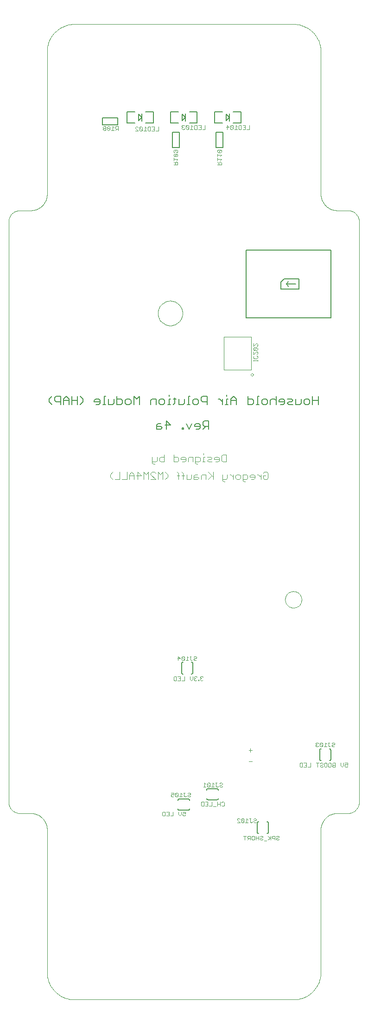
<source format=gbo>
G75*
%MOIN*%
%OFA0B0*%
%FSLAX24Y24*%
%IPPOS*%
%LPD*%
%AMOC8*
5,1,8,0,0,1.08239X$1,22.5*
%
%ADD10C,0.0000*%
%ADD11C,0.0050*%
%ADD12C,0.0040*%
%ADD13C,0.0030*%
%ADD14C,0.0080*%
D10*
X012441Y018570D02*
X013229Y018570D01*
X013295Y018568D01*
X013361Y018563D01*
X013427Y018553D01*
X013492Y018540D01*
X013556Y018524D01*
X013619Y018504D01*
X013681Y018480D01*
X013741Y018453D01*
X013800Y018423D01*
X013857Y018389D01*
X013912Y018352D01*
X013965Y018312D01*
X014016Y018270D01*
X014064Y018224D01*
X014110Y018176D01*
X014152Y018125D01*
X014192Y018072D01*
X014229Y018017D01*
X014263Y017960D01*
X014293Y017901D01*
X014320Y017841D01*
X014344Y017779D01*
X014364Y017716D01*
X014380Y017652D01*
X014393Y017587D01*
X014403Y017521D01*
X014408Y017455D01*
X014410Y017389D01*
X014410Y007153D01*
X014409Y007153D02*
X014411Y007067D01*
X014416Y006981D01*
X014426Y006896D01*
X014439Y006811D01*
X014456Y006727D01*
X014476Y006643D01*
X014500Y006561D01*
X014528Y006480D01*
X014559Y006399D01*
X014593Y006321D01*
X014631Y006244D01*
X014673Y006169D01*
X014717Y006095D01*
X014765Y006024D01*
X014816Y005954D01*
X014870Y005887D01*
X014926Y005823D01*
X014986Y005761D01*
X015048Y005701D01*
X015112Y005645D01*
X015179Y005591D01*
X015249Y005540D01*
X015320Y005492D01*
X015393Y005448D01*
X015469Y005406D01*
X015546Y005368D01*
X015624Y005334D01*
X015705Y005303D01*
X015786Y005275D01*
X015868Y005251D01*
X015952Y005231D01*
X016036Y005214D01*
X016121Y005201D01*
X016206Y005191D01*
X016292Y005186D01*
X016378Y005184D01*
X016378Y005185D02*
X032126Y005185D01*
X032126Y005184D02*
X032212Y005186D01*
X032298Y005191D01*
X032383Y005201D01*
X032468Y005214D01*
X032552Y005231D01*
X032636Y005251D01*
X032718Y005275D01*
X032799Y005303D01*
X032880Y005334D01*
X032958Y005368D01*
X033035Y005406D01*
X033111Y005448D01*
X033184Y005492D01*
X033255Y005540D01*
X033325Y005591D01*
X033392Y005645D01*
X033456Y005701D01*
X033518Y005761D01*
X033578Y005823D01*
X033634Y005887D01*
X033688Y005954D01*
X033739Y006024D01*
X033787Y006095D01*
X033831Y006168D01*
X033873Y006244D01*
X033911Y006321D01*
X033945Y006399D01*
X033976Y006480D01*
X034004Y006561D01*
X034028Y006643D01*
X034048Y006727D01*
X034065Y006811D01*
X034078Y006896D01*
X034088Y006981D01*
X034093Y007067D01*
X034095Y007153D01*
X034095Y017389D01*
X034097Y017455D01*
X034102Y017521D01*
X034112Y017587D01*
X034125Y017652D01*
X034141Y017716D01*
X034161Y017779D01*
X034185Y017841D01*
X034212Y017901D01*
X034242Y017960D01*
X034276Y018017D01*
X034313Y018072D01*
X034353Y018125D01*
X034395Y018176D01*
X034441Y018224D01*
X034489Y018270D01*
X034540Y018312D01*
X034593Y018352D01*
X034648Y018389D01*
X034705Y018423D01*
X034764Y018453D01*
X034824Y018480D01*
X034886Y018504D01*
X034949Y018524D01*
X035013Y018540D01*
X035078Y018553D01*
X035144Y018563D01*
X035210Y018568D01*
X035276Y018570D01*
X036063Y018570D01*
X036063Y018571D02*
X036117Y018573D01*
X036170Y018578D01*
X036223Y018587D01*
X036275Y018600D01*
X036327Y018616D01*
X036377Y018636D01*
X036425Y018659D01*
X036472Y018686D01*
X036517Y018715D01*
X036560Y018748D01*
X036600Y018783D01*
X036638Y018821D01*
X036673Y018861D01*
X036706Y018904D01*
X036735Y018949D01*
X036762Y018996D01*
X036785Y019044D01*
X036805Y019094D01*
X036821Y019146D01*
X036834Y019198D01*
X036843Y019251D01*
X036848Y019304D01*
X036850Y019358D01*
X036851Y019358D02*
X036851Y061090D01*
X036850Y061090D02*
X036848Y061144D01*
X036843Y061197D01*
X036834Y061250D01*
X036821Y061302D01*
X036805Y061354D01*
X036785Y061404D01*
X036762Y061452D01*
X036735Y061499D01*
X036706Y061544D01*
X036673Y061587D01*
X036638Y061627D01*
X036600Y061665D01*
X036560Y061700D01*
X036517Y061733D01*
X036472Y061762D01*
X036425Y061789D01*
X036377Y061812D01*
X036327Y061832D01*
X036275Y061848D01*
X036223Y061861D01*
X036170Y061870D01*
X036117Y061875D01*
X036063Y061877D01*
X036063Y061878D02*
X035276Y061878D01*
X035210Y061880D01*
X035144Y061885D01*
X035078Y061895D01*
X035013Y061908D01*
X034949Y061924D01*
X034886Y061944D01*
X034824Y061968D01*
X034764Y061995D01*
X034705Y062025D01*
X034648Y062059D01*
X034593Y062096D01*
X034540Y062136D01*
X034489Y062178D01*
X034441Y062224D01*
X034395Y062272D01*
X034353Y062323D01*
X034313Y062376D01*
X034276Y062431D01*
X034242Y062488D01*
X034212Y062547D01*
X034185Y062607D01*
X034161Y062669D01*
X034141Y062732D01*
X034125Y062796D01*
X034112Y062861D01*
X034102Y062927D01*
X034097Y062993D01*
X034095Y063059D01*
X034095Y073295D01*
X034093Y073381D01*
X034088Y073467D01*
X034078Y073552D01*
X034065Y073637D01*
X034048Y073721D01*
X034028Y073805D01*
X034004Y073887D01*
X033976Y073968D01*
X033945Y074049D01*
X033911Y074127D01*
X033873Y074204D01*
X033831Y074280D01*
X033787Y074353D01*
X033739Y074424D01*
X033688Y074494D01*
X033634Y074561D01*
X033578Y074625D01*
X033518Y074687D01*
X033456Y074747D01*
X033392Y074803D01*
X033325Y074857D01*
X033255Y074908D01*
X033184Y074956D01*
X033111Y075000D01*
X033035Y075042D01*
X032958Y075080D01*
X032880Y075114D01*
X032799Y075145D01*
X032718Y075173D01*
X032636Y075197D01*
X032552Y075217D01*
X032468Y075234D01*
X032383Y075247D01*
X032298Y075257D01*
X032212Y075262D01*
X032126Y075264D01*
X032126Y075263D02*
X016378Y075263D01*
X016378Y075264D02*
X016292Y075262D01*
X016206Y075257D01*
X016121Y075247D01*
X016036Y075234D01*
X015952Y075217D01*
X015868Y075197D01*
X015786Y075173D01*
X015705Y075145D01*
X015624Y075114D01*
X015546Y075080D01*
X015469Y075042D01*
X015394Y075000D01*
X015320Y074956D01*
X015249Y074908D01*
X015179Y074857D01*
X015112Y074803D01*
X015048Y074747D01*
X014986Y074687D01*
X014926Y074625D01*
X014870Y074561D01*
X014816Y074494D01*
X014765Y074424D01*
X014717Y074353D01*
X014673Y074280D01*
X014631Y074204D01*
X014593Y074127D01*
X014559Y074049D01*
X014528Y073968D01*
X014500Y073887D01*
X014476Y073805D01*
X014456Y073721D01*
X014439Y073637D01*
X014426Y073552D01*
X014416Y073467D01*
X014411Y073381D01*
X014409Y073295D01*
X014410Y073295D02*
X014410Y063059D01*
X014408Y062993D01*
X014403Y062927D01*
X014393Y062861D01*
X014380Y062796D01*
X014364Y062732D01*
X014344Y062669D01*
X014320Y062607D01*
X014293Y062547D01*
X014263Y062488D01*
X014229Y062431D01*
X014192Y062376D01*
X014152Y062323D01*
X014110Y062272D01*
X014064Y062224D01*
X014016Y062178D01*
X013965Y062136D01*
X013912Y062096D01*
X013857Y062059D01*
X013800Y062025D01*
X013741Y061995D01*
X013681Y061968D01*
X013619Y061944D01*
X013556Y061924D01*
X013492Y061908D01*
X013427Y061895D01*
X013361Y061885D01*
X013295Y061880D01*
X013229Y061878D01*
X012441Y061878D01*
X012441Y061877D02*
X012387Y061875D01*
X012334Y061870D01*
X012281Y061861D01*
X012229Y061848D01*
X012177Y061832D01*
X012127Y061812D01*
X012079Y061789D01*
X012032Y061762D01*
X011987Y061733D01*
X011944Y061700D01*
X011904Y061665D01*
X011866Y061627D01*
X011831Y061587D01*
X011798Y061544D01*
X011769Y061499D01*
X011742Y061452D01*
X011719Y061404D01*
X011699Y061354D01*
X011683Y061302D01*
X011670Y061250D01*
X011661Y061197D01*
X011656Y061144D01*
X011654Y061090D01*
X011654Y019358D01*
X011656Y019304D01*
X011661Y019251D01*
X011670Y019198D01*
X011683Y019146D01*
X011699Y019094D01*
X011719Y019044D01*
X011742Y018996D01*
X011769Y018949D01*
X011798Y018904D01*
X011831Y018861D01*
X011866Y018821D01*
X011904Y018783D01*
X011944Y018748D01*
X011987Y018715D01*
X012032Y018686D01*
X012079Y018659D01*
X012127Y018636D01*
X012177Y018616D01*
X012229Y018600D01*
X012281Y018587D01*
X012334Y018578D01*
X012387Y018573D01*
X012441Y018571D01*
X031535Y033925D02*
X031537Y033973D01*
X031543Y034021D01*
X031553Y034068D01*
X031566Y034114D01*
X031584Y034159D01*
X031604Y034203D01*
X031629Y034245D01*
X031657Y034284D01*
X031687Y034321D01*
X031721Y034355D01*
X031758Y034387D01*
X031796Y034416D01*
X031837Y034441D01*
X031880Y034463D01*
X031925Y034481D01*
X031971Y034495D01*
X032018Y034506D01*
X032066Y034513D01*
X032114Y034516D01*
X032162Y034515D01*
X032210Y034510D01*
X032258Y034501D01*
X032304Y034489D01*
X032349Y034472D01*
X032393Y034452D01*
X032435Y034429D01*
X032475Y034402D01*
X032513Y034372D01*
X032548Y034339D01*
X032580Y034303D01*
X032610Y034265D01*
X032636Y034224D01*
X032658Y034181D01*
X032678Y034137D01*
X032693Y034092D01*
X032705Y034045D01*
X032713Y033997D01*
X032717Y033949D01*
X032717Y033901D01*
X032713Y033853D01*
X032705Y033805D01*
X032693Y033758D01*
X032678Y033713D01*
X032658Y033669D01*
X032636Y033626D01*
X032610Y033585D01*
X032580Y033547D01*
X032548Y033511D01*
X032513Y033478D01*
X032475Y033448D01*
X032435Y033421D01*
X032393Y033398D01*
X032349Y033378D01*
X032304Y033361D01*
X032258Y033349D01*
X032210Y033340D01*
X032162Y033335D01*
X032114Y033334D01*
X032066Y033337D01*
X032018Y033344D01*
X031971Y033355D01*
X031925Y033369D01*
X031880Y033387D01*
X031837Y033409D01*
X031796Y033434D01*
X031758Y033463D01*
X031721Y033495D01*
X031687Y033529D01*
X031657Y033566D01*
X031629Y033605D01*
X031604Y033647D01*
X031584Y033691D01*
X031566Y033736D01*
X031553Y033782D01*
X031543Y033829D01*
X031537Y033877D01*
X031535Y033925D01*
X022382Y054496D02*
X022384Y054555D01*
X022390Y054614D01*
X022400Y054672D01*
X022413Y054730D01*
X022431Y054787D01*
X022452Y054842D01*
X022477Y054896D01*
X022506Y054948D01*
X022538Y054997D01*
X022573Y055045D01*
X022611Y055090D01*
X022652Y055133D01*
X022696Y055173D01*
X022742Y055209D01*
X022791Y055243D01*
X022842Y055273D01*
X022895Y055300D01*
X022950Y055323D01*
X023005Y055342D01*
X023063Y055358D01*
X023121Y055370D01*
X023179Y055378D01*
X023238Y055382D01*
X023298Y055382D01*
X023357Y055378D01*
X023415Y055370D01*
X023473Y055358D01*
X023531Y055342D01*
X023586Y055323D01*
X023641Y055300D01*
X023694Y055273D01*
X023745Y055243D01*
X023794Y055209D01*
X023840Y055173D01*
X023884Y055133D01*
X023925Y055090D01*
X023963Y055045D01*
X023998Y054997D01*
X024030Y054948D01*
X024059Y054896D01*
X024084Y054842D01*
X024105Y054787D01*
X024123Y054730D01*
X024136Y054672D01*
X024146Y054614D01*
X024152Y054555D01*
X024154Y054496D01*
X024152Y054437D01*
X024146Y054378D01*
X024136Y054320D01*
X024123Y054262D01*
X024105Y054205D01*
X024084Y054150D01*
X024059Y054096D01*
X024030Y054044D01*
X023998Y053995D01*
X023963Y053947D01*
X023925Y053902D01*
X023884Y053859D01*
X023840Y053819D01*
X023794Y053783D01*
X023745Y053749D01*
X023694Y053719D01*
X023641Y053692D01*
X023586Y053669D01*
X023531Y053650D01*
X023473Y053634D01*
X023415Y053622D01*
X023357Y053614D01*
X023298Y053610D01*
X023238Y053610D01*
X023179Y053614D01*
X023121Y053622D01*
X023063Y053634D01*
X023005Y053650D01*
X022950Y053669D01*
X022895Y053692D01*
X022842Y053719D01*
X022791Y053749D01*
X022742Y053783D01*
X022696Y053819D01*
X022652Y053859D01*
X022611Y053902D01*
X022573Y053947D01*
X022538Y053995D01*
X022506Y054044D01*
X022477Y054096D01*
X022452Y054150D01*
X022431Y054205D01*
X022413Y054262D01*
X022400Y054320D01*
X022390Y054378D01*
X022384Y054437D01*
X022382Y054496D01*
D11*
X023175Y048638D02*
X023175Y048537D01*
X023175Y048333D02*
X023175Y047926D01*
X023074Y047926D02*
X023277Y047926D01*
X023479Y047926D02*
X023581Y048028D01*
X023581Y048435D01*
X023682Y048333D02*
X023479Y048333D01*
X023277Y048333D02*
X023175Y048333D01*
X022872Y048231D02*
X022872Y048028D01*
X022770Y047926D01*
X022567Y047926D01*
X022465Y048028D01*
X022465Y048231D01*
X022567Y048333D01*
X022770Y048333D01*
X022872Y048231D01*
X022264Y048333D02*
X022264Y047926D01*
X021857Y047926D02*
X021857Y048231D01*
X021959Y048333D01*
X022264Y048333D01*
X021049Y048537D02*
X021049Y047926D01*
X020642Y047926D02*
X020642Y048537D01*
X020845Y048333D01*
X021049Y048537D01*
X020441Y048231D02*
X020441Y048028D01*
X020339Y047926D01*
X020136Y047926D01*
X020034Y048028D01*
X020034Y048231D01*
X020136Y048333D01*
X020339Y048333D01*
X020441Y048231D01*
X019833Y048231D02*
X019833Y048028D01*
X019732Y047926D01*
X019426Y047926D01*
X019426Y048537D01*
X019426Y048333D02*
X019732Y048333D01*
X019833Y048231D01*
X019226Y048333D02*
X019226Y048028D01*
X019124Y047926D01*
X018819Y047926D01*
X018819Y048333D01*
X018618Y048537D02*
X018516Y048537D01*
X018516Y047926D01*
X018415Y047926D02*
X018618Y047926D01*
X018213Y048028D02*
X018213Y048231D01*
X018111Y048333D01*
X017908Y048333D01*
X017806Y048231D01*
X017806Y048130D01*
X018213Y048130D01*
X018213Y048028D02*
X018111Y047926D01*
X017908Y047926D01*
X016997Y048130D02*
X016997Y048333D01*
X016794Y048537D01*
X016592Y048537D02*
X016592Y047926D01*
X016794Y047926D02*
X016997Y048130D01*
X016592Y048231D02*
X016185Y048231D01*
X015985Y048231D02*
X015578Y048231D01*
X015578Y048333D02*
X015578Y047926D01*
X015377Y047926D02*
X015377Y048537D01*
X015072Y048537D01*
X014970Y048435D01*
X014970Y048231D01*
X015072Y048130D01*
X015377Y048130D01*
X015578Y048333D02*
X015781Y048537D01*
X015985Y048333D01*
X015985Y047926D01*
X016185Y047926D02*
X016185Y048537D01*
X014769Y048537D02*
X014566Y048333D01*
X014566Y048130D01*
X014769Y047926D01*
X022289Y046460D02*
X022289Y046155D01*
X022594Y046155D01*
X022696Y046256D01*
X022594Y046358D01*
X022289Y046358D01*
X022289Y046460D02*
X022391Y046562D01*
X022594Y046562D01*
X022897Y046460D02*
X023304Y046460D01*
X022998Y046765D01*
X022998Y046155D01*
X024113Y046155D02*
X024215Y046155D01*
X024215Y046256D01*
X024113Y046256D01*
X024113Y046155D01*
X024619Y046155D02*
X024416Y046562D01*
X024823Y046562D02*
X024619Y046155D01*
X025024Y046358D02*
X025431Y046358D01*
X025431Y046256D02*
X025431Y046460D01*
X025329Y046562D01*
X025125Y046562D01*
X025024Y046460D01*
X025024Y046358D01*
X025125Y046155D02*
X025329Y046155D01*
X025431Y046256D01*
X025631Y046155D02*
X025835Y046358D01*
X025733Y046358D02*
X026038Y046358D01*
X026038Y046155D02*
X026038Y046765D01*
X025733Y046765D01*
X025631Y046663D01*
X025631Y046460D01*
X025733Y046358D01*
X025911Y047926D02*
X025911Y048537D01*
X025605Y048537D01*
X025504Y048435D01*
X025504Y048231D01*
X025605Y048130D01*
X025911Y048130D01*
X025303Y048231D02*
X025303Y048028D01*
X025201Y047926D01*
X024998Y047926D01*
X024896Y048028D01*
X024896Y048231D01*
X024998Y048333D01*
X025201Y048333D01*
X025303Y048231D01*
X024695Y047926D02*
X024492Y047926D01*
X024593Y047926D02*
X024593Y048537D01*
X024695Y048537D01*
X024290Y048333D02*
X024290Y048028D01*
X024188Y047926D01*
X023883Y047926D01*
X023883Y048333D01*
X026720Y048333D02*
X026821Y048333D01*
X027025Y048130D01*
X027025Y048333D02*
X027025Y047926D01*
X027226Y047926D02*
X027430Y047926D01*
X027328Y047926D02*
X027328Y048333D01*
X027430Y048333D01*
X027631Y048333D02*
X027631Y047926D01*
X027631Y048231D02*
X028038Y048231D01*
X028038Y048333D02*
X027834Y048537D01*
X027631Y048333D01*
X027328Y048537D02*
X027328Y048638D01*
X028038Y048333D02*
X028038Y047926D01*
X028846Y047926D02*
X029151Y047926D01*
X029253Y048028D01*
X029253Y048231D01*
X029151Y048333D01*
X028846Y048333D01*
X028846Y048537D02*
X028846Y047926D01*
X029455Y047926D02*
X029658Y047926D01*
X029556Y047926D02*
X029556Y048537D01*
X029658Y048537D01*
X029961Y048333D02*
X030164Y048333D01*
X030266Y048231D01*
X030266Y048028D01*
X030164Y047926D01*
X029961Y047926D01*
X029859Y048028D01*
X029859Y048231D01*
X029961Y048333D01*
X030467Y048231D02*
X030467Y047926D01*
X030467Y048231D02*
X030568Y048333D01*
X030772Y048333D01*
X030874Y048231D01*
X031074Y048231D02*
X031074Y048130D01*
X031481Y048130D01*
X031481Y048231D02*
X031481Y048028D01*
X031380Y047926D01*
X031176Y047926D01*
X030874Y047926D02*
X030874Y048537D01*
X031176Y048333D02*
X031074Y048231D01*
X031176Y048333D02*
X031380Y048333D01*
X031481Y048231D01*
X031682Y048333D02*
X031987Y048333D01*
X032089Y048231D01*
X031987Y048130D01*
X031784Y048130D01*
X031682Y048028D01*
X031784Y047926D01*
X032089Y047926D01*
X032290Y047926D02*
X032290Y048333D01*
X032290Y047926D02*
X032595Y047926D01*
X032697Y048028D01*
X032697Y048333D01*
X032898Y048231D02*
X032999Y048333D01*
X033203Y048333D01*
X033305Y048231D01*
X033305Y048028D01*
X033203Y047926D01*
X032999Y047926D01*
X032898Y048028D01*
X032898Y048231D01*
X033505Y048231D02*
X033912Y048231D01*
X033912Y047926D02*
X033912Y048537D01*
X033505Y048537D02*
X033505Y047926D01*
X034823Y054173D02*
X028740Y054173D01*
X028740Y059043D01*
X034823Y059043D01*
X034823Y054173D01*
X032520Y056248D02*
X032520Y056956D01*
X031457Y056956D01*
X031221Y056720D01*
X031221Y056248D01*
X032520Y056248D01*
X032284Y056602D02*
X031654Y056602D01*
X031614Y056602D02*
X031772Y056759D01*
X031614Y056602D02*
X031772Y056444D01*
X027061Y066406D02*
X026561Y066406D01*
X026561Y067506D01*
X027061Y067506D01*
X027061Y066406D01*
X023912Y066406D02*
X023412Y066406D01*
X023412Y067506D01*
X023912Y067506D01*
X023912Y066406D01*
X019487Y068045D02*
X019487Y068545D01*
X018387Y068545D01*
X018387Y068045D01*
X019487Y068045D01*
D12*
X027126Y052783D02*
X027126Y050421D01*
X029095Y050421D01*
X029095Y052783D01*
X027126Y052783D01*
X029067Y050082D02*
X029069Y050100D01*
X029075Y050117D01*
X029084Y050133D01*
X029096Y050147D01*
X029110Y050157D01*
X029127Y050165D01*
X029145Y050169D01*
X029163Y050169D01*
X029181Y050165D01*
X029197Y050157D01*
X029212Y050147D01*
X029224Y050133D01*
X029233Y050117D01*
X029239Y050100D01*
X029241Y050082D01*
X029239Y050064D01*
X029233Y050047D01*
X029224Y050031D01*
X029212Y050017D01*
X029198Y050007D01*
X029181Y049999D01*
X029163Y049995D01*
X029145Y049995D01*
X029127Y049999D01*
X029111Y050007D01*
X029096Y050017D01*
X029084Y050031D01*
X029075Y050047D01*
X029069Y050064D01*
X029067Y050082D01*
X027303Y044347D02*
X027043Y044347D01*
X026956Y044260D01*
X026956Y043913D01*
X027043Y043827D01*
X027303Y043827D01*
X027303Y044347D01*
X026787Y044087D02*
X026701Y044174D01*
X026527Y044174D01*
X026440Y044087D01*
X026440Y044000D01*
X026787Y044000D01*
X026787Y043913D02*
X026787Y044087D01*
X026787Y043913D02*
X026701Y043827D01*
X026527Y043827D01*
X026272Y043827D02*
X026012Y043827D01*
X025925Y043913D01*
X026012Y044000D01*
X026185Y044000D01*
X026272Y044087D01*
X026185Y044174D01*
X025925Y044174D01*
X025756Y044174D02*
X025669Y044174D01*
X025669Y043827D01*
X025583Y043827D02*
X025756Y043827D01*
X025412Y043913D02*
X025326Y043827D01*
X025065Y043827D01*
X025065Y043740D02*
X025065Y044174D01*
X025326Y044174D01*
X025412Y044087D01*
X025412Y043913D01*
X025239Y043653D02*
X025152Y043653D01*
X025065Y043740D01*
X024897Y043827D02*
X024897Y044174D01*
X024637Y044174D01*
X024550Y044087D01*
X024550Y043827D01*
X024381Y043913D02*
X024294Y043827D01*
X024121Y043827D01*
X024034Y044000D02*
X024381Y044000D01*
X024381Y043913D02*
X024381Y044087D01*
X024294Y044174D01*
X024121Y044174D01*
X024034Y044087D01*
X024034Y044000D01*
X023865Y043913D02*
X023779Y043827D01*
X023519Y043827D01*
X023519Y044347D01*
X023519Y044174D02*
X023779Y044174D01*
X023865Y044087D01*
X023865Y043913D01*
X023762Y043087D02*
X023849Y043001D01*
X023849Y042567D01*
X023936Y042827D02*
X023762Y042827D01*
X024106Y042827D02*
X024279Y042827D01*
X024448Y042914D02*
X024448Y042567D01*
X024708Y042567D01*
X024795Y042654D01*
X024795Y042914D01*
X024964Y042827D02*
X024964Y042567D01*
X025224Y042567D01*
X025311Y042654D01*
X025224Y042740D01*
X024964Y042740D01*
X024964Y042827D02*
X025050Y042914D01*
X025224Y042914D01*
X025479Y042827D02*
X025479Y042567D01*
X025479Y042827D02*
X025566Y042914D01*
X025826Y042914D01*
X025826Y042567D01*
X025995Y042567D02*
X026255Y042827D01*
X026342Y042740D02*
X025995Y043087D01*
X026342Y043087D02*
X026342Y042567D01*
X027026Y042567D02*
X027287Y042567D01*
X027373Y042654D01*
X027373Y042914D01*
X027543Y042914D02*
X027629Y042914D01*
X027803Y042740D01*
X027803Y042567D02*
X027803Y042914D01*
X027972Y042827D02*
X028058Y042914D01*
X028232Y042914D01*
X028319Y042827D01*
X028319Y042654D01*
X028232Y042567D01*
X028058Y042567D01*
X027972Y042654D01*
X027972Y042827D01*
X028487Y042914D02*
X028748Y042914D01*
X028834Y042827D01*
X028834Y042654D01*
X028748Y042567D01*
X028487Y042567D01*
X028487Y042480D02*
X028487Y042914D01*
X028487Y042480D02*
X028574Y042393D01*
X028661Y042393D01*
X029090Y042567D02*
X029263Y042567D01*
X029350Y042654D01*
X029350Y042827D01*
X029263Y042914D01*
X029090Y042914D01*
X029003Y042827D01*
X029003Y042740D01*
X029350Y042740D01*
X029519Y042914D02*
X029606Y042914D01*
X029780Y042740D01*
X029780Y042567D02*
X029780Y042914D01*
X029948Y043001D02*
X030035Y043087D01*
X030208Y043087D01*
X030295Y043001D01*
X030295Y042654D01*
X030208Y042567D01*
X030035Y042567D01*
X029948Y042654D01*
X029948Y042827D01*
X030122Y042827D01*
X027200Y042393D02*
X027113Y042393D01*
X027026Y042480D01*
X027026Y042914D01*
X025669Y044347D02*
X025669Y044434D01*
X024193Y043001D02*
X024193Y042567D01*
X024193Y043001D02*
X024106Y043087D01*
X023076Y042914D02*
X022903Y043087D01*
X022733Y043087D02*
X022559Y042914D01*
X022386Y043087D01*
X022386Y042567D01*
X022217Y042567D02*
X021870Y042914D01*
X021870Y043001D01*
X021957Y043087D01*
X022130Y043087D01*
X022217Y043001D01*
X022217Y042567D02*
X021870Y042567D01*
X021701Y042567D02*
X021701Y043087D01*
X021528Y042914D01*
X021354Y043087D01*
X021354Y042567D01*
X021186Y042827D02*
X020839Y042827D01*
X020670Y042827D02*
X020323Y042827D01*
X020323Y042914D02*
X020323Y042567D01*
X020154Y042567D02*
X019807Y042567D01*
X019639Y042567D02*
X019292Y042567D01*
X019123Y042567D02*
X018950Y042740D01*
X018950Y042914D01*
X019123Y043087D01*
X019639Y043087D02*
X019639Y042567D01*
X020154Y042567D02*
X020154Y043087D01*
X020323Y042914D02*
X020496Y043087D01*
X020670Y042914D01*
X020670Y042567D01*
X020925Y042567D02*
X020925Y043087D01*
X021186Y042827D01*
X022058Y043653D02*
X022145Y043653D01*
X022058Y043653D02*
X021972Y043740D01*
X021972Y044174D01*
X022319Y044174D02*
X022319Y043913D01*
X022232Y043827D01*
X021972Y043827D01*
X022487Y043913D02*
X022487Y044087D01*
X022574Y044174D01*
X022834Y044174D01*
X022834Y044347D02*
X022834Y043827D01*
X022574Y043827D01*
X022487Y043913D01*
X022733Y043087D02*
X022733Y042567D01*
X022903Y042567D02*
X023076Y042740D01*
X023076Y042914D01*
D13*
X029257Y051050D02*
X029257Y051147D01*
X029257Y051098D02*
X029548Y051098D01*
X029548Y051050D02*
X029548Y051147D01*
X029499Y051246D02*
X029306Y051246D01*
X029257Y051295D01*
X029257Y051392D01*
X029306Y051440D01*
X029257Y051541D02*
X029451Y051735D01*
X029499Y051735D01*
X029548Y051686D01*
X029548Y051589D01*
X029499Y051541D01*
X029499Y051440D02*
X029548Y051392D01*
X029548Y051295D01*
X029499Y051246D01*
X029257Y051541D02*
X029257Y051735D01*
X029306Y051836D02*
X029499Y052029D01*
X029306Y052029D01*
X029257Y051981D01*
X029257Y051884D01*
X029306Y051836D01*
X029499Y051836D01*
X029548Y051884D01*
X029548Y051981D01*
X029499Y052029D01*
X029499Y052130D02*
X029548Y052179D01*
X029548Y052276D01*
X029499Y052324D01*
X029451Y052324D01*
X029257Y052130D01*
X029257Y052324D01*
X026954Y065163D02*
X026954Y065308D01*
X026906Y065356D01*
X026809Y065356D01*
X026761Y065308D01*
X026761Y065163D01*
X026761Y065260D02*
X026664Y065356D01*
X026664Y065457D02*
X026664Y065651D01*
X026664Y065554D02*
X026954Y065554D01*
X026857Y065457D01*
X026857Y065752D02*
X026954Y065849D01*
X026664Y065849D01*
X026664Y065752D02*
X026664Y065946D01*
X026712Y066047D02*
X026906Y066240D01*
X026712Y066240D01*
X026664Y066192D01*
X026664Y066095D01*
X026712Y066047D01*
X026906Y066047D01*
X026954Y066095D01*
X026954Y066192D01*
X026906Y066240D01*
X027344Y067715D02*
X027344Y068006D01*
X027489Y067861D01*
X027295Y067861D01*
X027590Y067957D02*
X027590Y067764D01*
X027638Y067715D01*
X027735Y067715D01*
X027784Y067764D01*
X027590Y067957D01*
X027638Y068006D01*
X027735Y068006D01*
X027784Y067957D01*
X027784Y067764D01*
X027885Y067715D02*
X028078Y067715D01*
X027982Y067715D02*
X027982Y068006D01*
X028078Y067909D01*
X028179Y067957D02*
X028179Y067764D01*
X028228Y067715D01*
X028373Y067715D01*
X028373Y068006D01*
X028228Y068006D01*
X028179Y067957D01*
X028474Y068006D02*
X028668Y068006D01*
X028668Y067715D01*
X028474Y067715D01*
X028571Y067861D02*
X028668Y067861D01*
X028769Y067715D02*
X028962Y067715D01*
X028962Y068006D01*
X026954Y065163D02*
X026664Y065163D01*
X025773Y067715D02*
X025580Y067715D01*
X025479Y067715D02*
X025285Y067715D01*
X025184Y067715D02*
X025184Y068006D01*
X025039Y068006D01*
X024990Y067957D01*
X024990Y067764D01*
X025039Y067715D01*
X025184Y067715D01*
X025382Y067861D02*
X025479Y067861D01*
X025479Y068006D02*
X025479Y067715D01*
X025479Y068006D02*
X025285Y068006D01*
X024889Y067909D02*
X024793Y068006D01*
X024793Y067715D01*
X024889Y067715D02*
X024696Y067715D01*
X024595Y067764D02*
X024401Y067957D01*
X024401Y067764D01*
X024450Y067715D01*
X024546Y067715D01*
X024595Y067764D01*
X024595Y067957D01*
X024546Y068006D01*
X024450Y068006D01*
X024401Y067957D01*
X024300Y067957D02*
X024252Y068006D01*
X024155Y068006D01*
X024106Y067957D01*
X024106Y067909D01*
X024155Y067861D01*
X024106Y067812D01*
X024106Y067764D01*
X024155Y067715D01*
X024252Y067715D01*
X024300Y067764D01*
X024203Y067861D02*
X024155Y067861D01*
X023756Y066240D02*
X023804Y066192D01*
X023804Y066095D01*
X023756Y066047D01*
X023708Y066047D01*
X023659Y066095D01*
X023659Y066240D01*
X023563Y066240D02*
X023756Y066240D01*
X023563Y066240D02*
X023514Y066192D01*
X023514Y066095D01*
X023563Y066047D01*
X023563Y065946D02*
X023514Y065897D01*
X023514Y065800D01*
X023563Y065752D01*
X023756Y065946D01*
X023563Y065946D01*
X023756Y065946D02*
X023804Y065897D01*
X023804Y065800D01*
X023756Y065752D01*
X023563Y065752D01*
X023514Y065651D02*
X023514Y065457D01*
X023514Y065554D02*
X023804Y065554D01*
X023708Y065457D01*
X023756Y065356D02*
X023659Y065356D01*
X023611Y065308D01*
X023611Y065163D01*
X023611Y065260D02*
X023514Y065356D01*
X023514Y065163D02*
X023804Y065163D01*
X023804Y065308D01*
X023756Y065356D01*
X022427Y067597D02*
X022233Y067597D01*
X022132Y067597D02*
X021939Y067597D01*
X021837Y067597D02*
X021692Y067597D01*
X021644Y067646D01*
X021644Y067839D01*
X021692Y067888D01*
X021837Y067888D01*
X021837Y067597D01*
X022035Y067742D02*
X022132Y067742D01*
X022132Y067597D02*
X022132Y067888D01*
X021939Y067888D01*
X021543Y067791D02*
X021446Y067888D01*
X021446Y067597D01*
X021543Y067597D02*
X021349Y067597D01*
X021248Y067646D02*
X021055Y067839D01*
X021055Y067646D01*
X021103Y067597D01*
X021200Y067597D01*
X021248Y067646D01*
X021248Y067839D01*
X021200Y067888D01*
X021103Y067888D01*
X021055Y067839D01*
X020954Y067839D02*
X020905Y067888D01*
X020808Y067888D01*
X020760Y067839D01*
X020760Y067791D01*
X020954Y067597D01*
X020760Y067597D01*
X019510Y067636D02*
X019510Y067926D01*
X019365Y067926D01*
X019317Y067877D01*
X019317Y067781D01*
X019365Y067732D01*
X019510Y067732D01*
X019414Y067732D02*
X019317Y067636D01*
X019216Y067636D02*
X019022Y067636D01*
X019119Y067636D02*
X019119Y067926D01*
X019216Y067829D01*
X018921Y067877D02*
X018873Y067926D01*
X018776Y067926D01*
X018728Y067877D01*
X018921Y067684D01*
X018873Y067636D01*
X018776Y067636D01*
X018728Y067684D01*
X018728Y067877D01*
X018626Y067877D02*
X018626Y067829D01*
X018578Y067781D01*
X018481Y067781D01*
X018433Y067732D01*
X018433Y067684D01*
X018481Y067636D01*
X018578Y067636D01*
X018626Y067684D01*
X018626Y067732D01*
X018578Y067781D01*
X018481Y067781D02*
X018433Y067829D01*
X018433Y067877D01*
X018481Y067926D01*
X018578Y067926D01*
X018626Y067877D01*
X018921Y067877D02*
X018921Y067684D01*
X022427Y067597D02*
X022427Y067888D01*
X025773Y068006D02*
X025773Y067715D01*
X025114Y029848D02*
X025162Y029800D01*
X025162Y029751D01*
X025114Y029703D01*
X025017Y029703D01*
X024969Y029655D01*
X024969Y029606D01*
X025017Y029558D01*
X025114Y029558D01*
X025162Y029606D01*
X025114Y029848D02*
X025017Y029848D01*
X024969Y029800D01*
X024771Y029848D02*
X024674Y029848D01*
X024723Y029848D02*
X024723Y029606D01*
X024771Y029558D01*
X024819Y029558D01*
X024868Y029606D01*
X024573Y029558D02*
X024380Y029558D01*
X024476Y029558D02*
X024476Y029848D01*
X024573Y029751D01*
X024278Y029800D02*
X024230Y029848D01*
X024133Y029848D01*
X024085Y029800D01*
X024278Y029606D01*
X024230Y029558D01*
X024133Y029558D01*
X024085Y029606D01*
X024085Y029800D01*
X023984Y029703D02*
X023790Y029703D01*
X023839Y029558D02*
X023839Y029848D01*
X023984Y029703D01*
X024278Y029606D02*
X024278Y029800D01*
X024294Y028398D02*
X024294Y028108D01*
X024101Y028108D01*
X024000Y028108D02*
X024000Y028398D01*
X023806Y028398D01*
X023705Y028398D02*
X023560Y028398D01*
X023512Y028350D01*
X023512Y028156D01*
X023560Y028108D01*
X023705Y028108D01*
X023705Y028398D01*
X023903Y028253D02*
X024000Y028253D01*
X024000Y028108D02*
X023806Y028108D01*
X024690Y028205D02*
X024690Y028398D01*
X024690Y028205D02*
X024787Y028108D01*
X024884Y028205D01*
X024884Y028398D01*
X024985Y028350D02*
X025033Y028398D01*
X025130Y028398D01*
X025178Y028350D01*
X025082Y028253D02*
X025033Y028253D01*
X024985Y028205D01*
X024985Y028156D01*
X025033Y028108D01*
X025130Y028108D01*
X025178Y028156D01*
X025277Y028156D02*
X025277Y028108D01*
X025326Y028108D01*
X025326Y028156D01*
X025277Y028156D01*
X025427Y028156D02*
X025475Y028108D01*
X025572Y028108D01*
X025620Y028156D01*
X025524Y028253D02*
X025475Y028253D01*
X025427Y028205D01*
X025427Y028156D01*
X025475Y028253D02*
X025427Y028301D01*
X025427Y028350D01*
X025475Y028398D01*
X025572Y028398D01*
X025620Y028350D01*
X025033Y028253D02*
X024985Y028301D01*
X024985Y028350D01*
X029035Y023225D02*
X029035Y022978D01*
X029158Y023101D02*
X028912Y023101D01*
X028912Y022314D02*
X029158Y022314D01*
X027013Y020705D02*
X027013Y020657D01*
X026964Y020609D01*
X026868Y020609D01*
X026819Y020560D01*
X026819Y020512D01*
X026868Y020463D01*
X026964Y020463D01*
X027013Y020512D01*
X027013Y020705D02*
X026964Y020754D01*
X026868Y020754D01*
X026819Y020705D01*
X026621Y020754D02*
X026525Y020754D01*
X026573Y020754D02*
X026573Y020512D01*
X026621Y020463D01*
X026670Y020463D01*
X026718Y020512D01*
X026423Y020463D02*
X026230Y020463D01*
X026327Y020463D02*
X026327Y020754D01*
X026423Y020657D01*
X026129Y020705D02*
X026129Y020512D01*
X025935Y020705D01*
X025935Y020512D01*
X025984Y020463D01*
X026080Y020463D01*
X026129Y020512D01*
X026129Y020705D02*
X026080Y020754D01*
X025984Y020754D01*
X025935Y020705D01*
X025834Y020657D02*
X025737Y020754D01*
X025737Y020463D01*
X025641Y020463D02*
X025834Y020463D01*
X025779Y019388D02*
X025972Y019388D01*
X025972Y019097D01*
X025779Y019097D01*
X025677Y019097D02*
X025532Y019097D01*
X025484Y019146D01*
X025484Y019339D01*
X025532Y019388D01*
X025677Y019388D01*
X025677Y019097D01*
X025875Y019242D02*
X025972Y019242D01*
X026073Y019097D02*
X026267Y019097D01*
X026267Y019388D01*
X026368Y019049D02*
X026561Y019049D01*
X026662Y019097D02*
X026662Y019388D01*
X026662Y019242D02*
X026856Y019242D01*
X026957Y019146D02*
X027005Y019097D01*
X027102Y019097D01*
X027151Y019146D01*
X027151Y019339D01*
X027102Y019388D01*
X027005Y019388D01*
X026957Y019339D01*
X026856Y019388D02*
X026856Y019097D01*
X028082Y018146D02*
X028130Y018195D01*
X028227Y018195D01*
X028275Y018146D01*
X028376Y018146D02*
X028570Y017953D01*
X028521Y017904D01*
X028425Y017904D01*
X028376Y017953D01*
X028376Y018146D01*
X028425Y018195D01*
X028521Y018195D01*
X028570Y018146D01*
X028570Y017953D01*
X028671Y017904D02*
X028864Y017904D01*
X028768Y017904D02*
X028768Y018195D01*
X028864Y018098D01*
X028966Y018195D02*
X029062Y018195D01*
X029014Y018195D02*
X029014Y017953D01*
X029062Y017904D01*
X029111Y017904D01*
X029159Y017953D01*
X029260Y017953D02*
X029309Y017904D01*
X029405Y017904D01*
X029454Y017953D01*
X029405Y018049D02*
X029454Y018098D01*
X029454Y018146D01*
X029405Y018195D01*
X029309Y018195D01*
X029260Y018146D01*
X029309Y018049D02*
X029260Y018001D01*
X029260Y017953D01*
X029309Y018049D02*
X029405Y018049D01*
X029421Y016947D02*
X029421Y016656D01*
X029320Y016705D02*
X029271Y016656D01*
X029175Y016656D01*
X029126Y016705D01*
X029126Y016898D01*
X029175Y016947D01*
X029271Y016947D01*
X029320Y016898D01*
X029320Y016705D01*
X029421Y016801D02*
X029614Y016801D01*
X029716Y016753D02*
X029716Y016705D01*
X029764Y016656D01*
X029861Y016656D01*
X029909Y016705D01*
X029861Y016801D02*
X029764Y016801D01*
X029716Y016753D01*
X029614Y016656D02*
X029614Y016947D01*
X029716Y016898D02*
X029764Y016947D01*
X029861Y016947D01*
X029909Y016898D01*
X029909Y016850D01*
X029861Y016801D01*
X030010Y016608D02*
X030204Y016608D01*
X030305Y016656D02*
X030450Y016801D01*
X030498Y016753D02*
X030305Y016947D01*
X030498Y016947D02*
X030498Y016656D01*
X030599Y016801D02*
X030648Y016753D01*
X030793Y016753D01*
X030793Y016656D02*
X030793Y016947D01*
X030648Y016947D01*
X030599Y016898D01*
X030599Y016801D01*
X030894Y016753D02*
X030894Y016705D01*
X030943Y016656D01*
X031039Y016656D01*
X031088Y016705D01*
X031039Y016801D02*
X030943Y016801D01*
X030894Y016753D01*
X030894Y016898D02*
X030943Y016947D01*
X031039Y016947D01*
X031088Y016898D01*
X031088Y016850D01*
X031039Y016801D01*
X029025Y016753D02*
X028880Y016753D01*
X028832Y016801D01*
X028832Y016898D01*
X028880Y016947D01*
X029025Y016947D01*
X029025Y016656D01*
X028928Y016753D02*
X028832Y016656D01*
X028634Y016656D02*
X028634Y016947D01*
X028730Y016947D02*
X028537Y016947D01*
X028275Y017904D02*
X028082Y017904D01*
X028275Y017904D02*
X028082Y018098D01*
X028082Y018146D01*
X024710Y019803D02*
X024661Y019755D01*
X024564Y019755D01*
X024516Y019803D01*
X024516Y019852D01*
X024564Y019900D01*
X024661Y019900D01*
X024710Y019948D01*
X024710Y019997D01*
X024661Y020045D01*
X024564Y020045D01*
X024516Y019997D01*
X024318Y020045D02*
X024221Y020045D01*
X024270Y020045D02*
X024270Y019803D01*
X024318Y019755D01*
X024367Y019755D01*
X024415Y019803D01*
X024120Y019755D02*
X023927Y019755D01*
X024024Y019755D02*
X024024Y020045D01*
X024120Y019948D01*
X023826Y019997D02*
X023777Y020045D01*
X023681Y020045D01*
X023632Y019997D01*
X023826Y019803D01*
X023777Y019755D01*
X023681Y019755D01*
X023632Y019803D01*
X023632Y019997D01*
X023531Y020045D02*
X023531Y019900D01*
X023434Y019948D01*
X023386Y019948D01*
X023337Y019900D01*
X023337Y019803D01*
X023386Y019755D01*
X023483Y019755D01*
X023531Y019803D01*
X023531Y020045D02*
X023337Y020045D01*
X023826Y019997D02*
X023826Y019803D01*
X023867Y018679D02*
X023867Y018485D01*
X023964Y018389D01*
X024061Y018485D01*
X024061Y018679D01*
X024162Y018679D02*
X024355Y018679D01*
X024355Y018534D01*
X024259Y018582D01*
X024210Y018582D01*
X024162Y018534D01*
X024162Y018437D01*
X024210Y018389D01*
X024307Y018389D01*
X024355Y018437D01*
X023471Y018389D02*
X023278Y018389D01*
X023177Y018389D02*
X022983Y018389D01*
X022882Y018389D02*
X022737Y018389D01*
X022689Y018437D01*
X022689Y018630D01*
X022737Y018679D01*
X022882Y018679D01*
X022882Y018389D01*
X023080Y018534D02*
X023177Y018534D01*
X023177Y018679D02*
X023177Y018389D01*
X023177Y018679D02*
X022983Y018679D01*
X023471Y018679D02*
X023471Y018389D01*
X032574Y021941D02*
X032574Y022134D01*
X032623Y022183D01*
X032768Y022183D01*
X032768Y021893D01*
X032623Y021893D01*
X032574Y021941D01*
X032869Y021893D02*
X033062Y021893D01*
X033062Y022183D01*
X032869Y022183D01*
X032966Y022038D02*
X033062Y022038D01*
X033164Y021893D02*
X033357Y021893D01*
X033357Y022183D01*
X033753Y022183D02*
X033946Y022183D01*
X033850Y022183D02*
X033850Y021893D01*
X034047Y021941D02*
X034096Y021893D01*
X034193Y021893D01*
X034241Y021941D01*
X034342Y021941D02*
X034342Y022134D01*
X034391Y022183D01*
X034487Y022183D01*
X034536Y022134D01*
X034536Y021941D01*
X034487Y021893D01*
X034391Y021893D01*
X034342Y021941D01*
X034241Y022086D02*
X034193Y022038D01*
X034096Y022038D01*
X034047Y021989D01*
X034047Y021941D01*
X034047Y022134D02*
X034096Y022183D01*
X034193Y022183D01*
X034241Y022134D01*
X034241Y022086D01*
X034637Y022134D02*
X034685Y022183D01*
X034782Y022183D01*
X034830Y022134D01*
X034830Y021941D01*
X034782Y021893D01*
X034685Y021893D01*
X034637Y021941D01*
X034637Y022134D01*
X034931Y022134D02*
X034931Y022086D01*
X034980Y022038D01*
X035125Y022038D01*
X035125Y022183D02*
X034980Y022183D01*
X034931Y022134D01*
X034980Y022038D02*
X034931Y021989D01*
X034931Y021941D01*
X034980Y021893D01*
X035125Y021893D01*
X035125Y022183D01*
X035521Y022183D02*
X035521Y021989D01*
X035617Y021893D01*
X035714Y021989D01*
X035714Y022183D01*
X035815Y022183D02*
X036009Y022183D01*
X036009Y022038D01*
X035912Y022086D01*
X035864Y022086D01*
X035815Y022038D01*
X035815Y021941D01*
X035864Y021893D01*
X035961Y021893D01*
X036009Y021941D01*
X035052Y023356D02*
X035100Y023404D01*
X035052Y023356D02*
X034955Y023356D01*
X034907Y023404D01*
X034907Y023453D01*
X034955Y023501D01*
X035052Y023501D01*
X035100Y023550D01*
X035100Y023598D01*
X035052Y023646D01*
X034955Y023646D01*
X034907Y023598D01*
X034709Y023646D02*
X034612Y023646D01*
X034661Y023646D02*
X034661Y023404D01*
X034709Y023356D01*
X034757Y023356D01*
X034806Y023404D01*
X034511Y023356D02*
X034318Y023356D01*
X034414Y023356D02*
X034414Y023646D01*
X034511Y023550D01*
X034216Y023598D02*
X034168Y023646D01*
X034071Y023646D01*
X034023Y023598D01*
X034216Y023404D01*
X034168Y023356D01*
X034071Y023356D01*
X034023Y023404D01*
X034023Y023598D01*
X033922Y023598D02*
X033873Y023646D01*
X033777Y023646D01*
X033728Y023598D01*
X033728Y023550D01*
X033777Y023501D01*
X033728Y023453D01*
X033728Y023404D01*
X033777Y023356D01*
X033873Y023356D01*
X033922Y023404D01*
X033825Y023501D02*
X033777Y023501D01*
X034216Y023404D02*
X034216Y023598D01*
D14*
X034110Y023208D02*
X034093Y023206D01*
X034076Y023202D01*
X034060Y023195D01*
X034046Y023185D01*
X034033Y023172D01*
X034023Y023158D01*
X034016Y023142D01*
X034012Y023125D01*
X034010Y023108D01*
X034010Y022458D01*
X034012Y022441D01*
X034016Y022424D01*
X034023Y022408D01*
X034033Y022394D01*
X034046Y022381D01*
X034060Y022371D01*
X034076Y022364D01*
X034093Y022360D01*
X034110Y022358D01*
X034710Y022358D02*
X034727Y022360D01*
X034744Y022364D01*
X034760Y022371D01*
X034774Y022381D01*
X034787Y022394D01*
X034797Y022408D01*
X034804Y022424D01*
X034808Y022441D01*
X034810Y022458D01*
X034810Y023108D01*
X034808Y023125D01*
X034804Y023142D01*
X034797Y023158D01*
X034787Y023172D01*
X034774Y023185D01*
X034760Y023195D01*
X034744Y023202D01*
X034727Y023206D01*
X034710Y023208D01*
X030322Y017872D02*
X030322Y017222D01*
X030320Y017205D01*
X030316Y017188D01*
X030309Y017172D01*
X030299Y017158D01*
X030286Y017145D01*
X030272Y017135D01*
X030256Y017128D01*
X030239Y017124D01*
X030222Y017122D01*
X029622Y017122D02*
X029605Y017124D01*
X029588Y017128D01*
X029572Y017135D01*
X029558Y017145D01*
X029545Y017158D01*
X029535Y017172D01*
X029528Y017188D01*
X029524Y017205D01*
X029522Y017222D01*
X029522Y017872D01*
X029524Y017889D01*
X029528Y017906D01*
X029535Y017922D01*
X029545Y017936D01*
X029558Y017949D01*
X029572Y017959D01*
X029588Y017966D01*
X029605Y017970D01*
X029622Y017972D01*
X030222Y017972D02*
X030239Y017970D01*
X030256Y017966D01*
X030272Y017959D01*
X030286Y017949D01*
X030299Y017936D01*
X030309Y017922D01*
X030316Y017906D01*
X030320Y017889D01*
X030322Y017872D01*
X026624Y019548D02*
X025974Y019548D01*
X025957Y019550D01*
X025940Y019554D01*
X025924Y019561D01*
X025910Y019571D01*
X025897Y019584D01*
X025887Y019598D01*
X025880Y019614D01*
X025876Y019631D01*
X025874Y019648D01*
X025874Y020248D02*
X025876Y020265D01*
X025880Y020282D01*
X025887Y020298D01*
X025897Y020312D01*
X025910Y020325D01*
X025924Y020335D01*
X025940Y020342D01*
X025957Y020346D01*
X025974Y020348D01*
X026624Y020348D01*
X026641Y020346D01*
X026658Y020342D01*
X026674Y020335D01*
X026688Y020325D01*
X026701Y020312D01*
X026711Y020298D01*
X026718Y020282D01*
X026722Y020265D01*
X026724Y020248D01*
X026724Y019648D02*
X026722Y019631D01*
X026718Y019614D01*
X026711Y019598D01*
X026701Y019584D01*
X026688Y019571D01*
X026674Y019561D01*
X026658Y019554D01*
X026641Y019550D01*
X026624Y019548D01*
X024658Y019500D02*
X024656Y019517D01*
X024652Y019534D01*
X024645Y019550D01*
X024635Y019564D01*
X024622Y019577D01*
X024608Y019587D01*
X024592Y019594D01*
X024575Y019598D01*
X024558Y019600D01*
X023908Y019600D01*
X023891Y019598D01*
X023874Y019594D01*
X023858Y019587D01*
X023844Y019577D01*
X023831Y019564D01*
X023821Y019550D01*
X023814Y019534D01*
X023810Y019517D01*
X023808Y019500D01*
X023808Y018900D02*
X023810Y018883D01*
X023814Y018866D01*
X023821Y018850D01*
X023831Y018836D01*
X023844Y018823D01*
X023858Y018813D01*
X023874Y018806D01*
X023891Y018802D01*
X023908Y018800D01*
X024558Y018800D01*
X024575Y018802D01*
X024592Y018806D01*
X024608Y018813D01*
X024622Y018823D01*
X024635Y018836D01*
X024645Y018850D01*
X024652Y018866D01*
X024656Y018883D01*
X024658Y018900D01*
X024788Y028579D02*
X024805Y028581D01*
X024822Y028585D01*
X024838Y028592D01*
X024852Y028602D01*
X024865Y028615D01*
X024875Y028629D01*
X024882Y028645D01*
X024886Y028662D01*
X024888Y028679D01*
X024888Y029329D01*
X024886Y029346D01*
X024882Y029363D01*
X024875Y029379D01*
X024865Y029393D01*
X024852Y029406D01*
X024838Y029416D01*
X024822Y029423D01*
X024805Y029427D01*
X024788Y029429D01*
X024188Y029429D02*
X024171Y029427D01*
X024154Y029423D01*
X024138Y029416D01*
X024124Y029406D01*
X024111Y029393D01*
X024101Y029379D01*
X024094Y029363D01*
X024090Y029346D01*
X024088Y029329D01*
X024088Y028679D01*
X024090Y028662D01*
X024094Y028645D01*
X024101Y028629D01*
X024111Y028615D01*
X024124Y028602D01*
X024138Y028592D01*
X024154Y028585D01*
X024171Y028581D01*
X024188Y028579D01*
X023859Y068177D02*
X023307Y068177D01*
X023307Y068964D01*
X023859Y068964D01*
X024134Y068807D02*
X024370Y068570D01*
X024134Y068334D01*
X024134Y068807D01*
X024370Y068846D02*
X024370Y068570D01*
X024370Y068295D01*
X024646Y068177D02*
X025197Y068177D01*
X025197Y068964D01*
X024646Y068964D01*
X026457Y068964D02*
X026457Y068177D01*
X027008Y068177D01*
X027284Y068334D02*
X027284Y068807D01*
X027520Y068570D01*
X027284Y068334D01*
X027520Y068295D02*
X027520Y068570D01*
X027520Y068846D01*
X027796Y068964D02*
X028347Y068964D01*
X028347Y068177D01*
X027796Y068177D01*
X027008Y068964D02*
X026457Y068964D01*
X022048Y068964D02*
X022048Y068177D01*
X021496Y068177D01*
X021221Y068295D02*
X021221Y068570D01*
X020985Y068807D01*
X020985Y068334D01*
X021221Y068570D01*
X021221Y068846D01*
X021496Y068964D02*
X022048Y068964D01*
X020709Y068964D02*
X020158Y068964D01*
X020158Y068177D01*
X020709Y068177D01*
M02*

</source>
